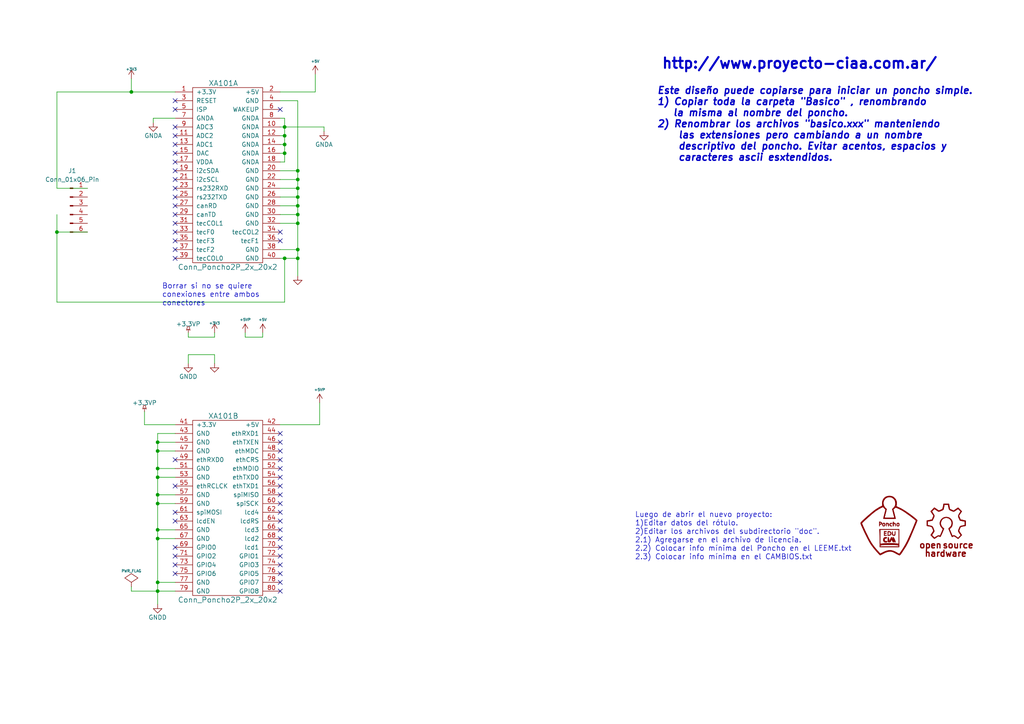
<source format=kicad_sch>
(kicad_sch (version 20250114) (generator "eeschema") (generator_version "9.0")
  (paper "A4")
  (title_block (title "Poncho Básico (Editar y colocar el nombre final)") (date "2016-08-07") (rev "1.0") (company "Proyecto CIAA - COMPUTADORA INDUSTRIAL ABIERTA ARGENTINA") (comment 1 "https://github.com/ciaa/Ponchos/tree/master/Basico/doc") (comment 2 "Autores y Licencia del modelo (Diego Brengi - UNLaM)") (comment 3 "Autor del poncho (COMPLETAR NOMBRE Y APELLIDO). Ver directorio \"doc\""))
  (lib_symbols
    (symbol "Connector:Conn_01x06_Pin" (pin_names (offset 1.016) (hide yes))
      (property "Reference" "J" (at 0 7.62 0))
      (property "Value" "Conn_01x06_Pin" (at 0 -10.16 0))
      (symbol "Conn_01x06_Pin_1_1"
        (rectangle (start 0.8636 5.207) (end 0 4.953) (stroke (width 0.1524)) (fill (type outline)))
        (rectangle (start 0.8636 2.667) (end 0 2.413) (stroke (width 0.1524)) (fill (type outline)))
        (rectangle (start 0.8636 0.127) (end 0 -0.127) (stroke (width 0.1524)) (fill (type outline)))
        (rectangle (start 0.8636 -2.413) (end 0 -2.667) (stroke (width 0.1524)) (fill (type outline)))
        (rectangle (start 0.8636 -4.953) (end 0 -5.207) (stroke (width 0.1524)) (fill (type outline)))
        (rectangle (start 0.8636 -7.493) (end 0 -7.747) (stroke (width 0.1524)) (fill (type outline)))
        (polyline (pts (xy 1.27 5.08) (xy 0.8636 5.08)) (stroke (width 0.1524)))
        (polyline (pts (xy 1.27 2.54) (xy 0.8636 2.54)) (stroke (width 0.1524)))
        (polyline (pts (xy 1.27 0) (xy 0.8636 0)) (stroke (width 0.1524)))
        (polyline (pts (xy 1.27 -2.54) (xy 0.8636 -2.54)) (stroke (width 0.1524)))
        (polyline (pts (xy 1.27 -5.08) (xy 0.8636 -5.08)) (stroke (width 0.1524)))
        (polyline (pts (xy 1.27 -7.62) (xy 0.8636 -7.62)) (stroke (width 0.1524)))
        (pin passive line (at 5.08 5.08 180) (length 3.81) (name "Pin_1") (number "1"))
        (pin passive line (at 5.08 2.54 180) (length 3.81) (name "Pin_2") (number "2"))
        (pin passive line (at 5.08 0 180) (length 3.81) (name "Pin_3") (number "3"))
        (pin passive line (at 5.08 -2.54 180) (length 3.81) (name "Pin_4") (number "4"))
        (pin passive line (at 5.08 -5.08 180) (length 3.81) (name "Pin_5") (number "5"))
        (pin passive line (at 5.08 -7.62 180) (length 3.81) (name "Pin_6") (number "6"))
      )
    )
    (symbol "basico:+3.3V" (power) (pin_names (offset 0))
      (property "Value" "+3.3V" (at 0 3.556 0))
      (symbol "+3.3V_0_1"
        (polyline (pts (xy -0.762 1.27) (xy 0 2.54)))
        (polyline (pts (xy 0 2.54) (xy 0.762 1.27)))
        (polyline (pts (xy 0 0) (xy 0 2.54)))
      )
      (symbol "+3.3V_1_1"
        (pin power_in line (at 0 0 90) (length 0) (hide yes) (name "+3V3") (number "1"))
      )
    )
    (symbol "basico:+3.3VP" (power) (pin_names (offset 0))
      (property "Value" "+3.3VP" (at 0 2.54 0))
      (symbol "+3.3VP_0_0"
        (pin power_in line (at 0 0 90) (length 0) (hide yes) (name "+3.3VP") (number "1"))
      )
      (symbol "+3.3VP_0_1"
        (polyline (pts (xy 0 0) (xy 0 1.016) (xy 0 1.016)))
        (polyline (pts (xy 0.508 0.762) (xy 0 1.016) (xy -0.508 0.762) (xy -0.254 1.778) (xy 0.254 1.778) (xy 0.508 0.762) (xy 0.508 0.762)))
      )
    )
    (symbol "basico:+5V" (power) (pin_names (offset 0))
      (property "Value" "+5V" (at 0 3.556 0))
      (symbol "+5V_0_1"
        (polyline (pts (xy -0.762 1.27) (xy 0 2.54)))
        (polyline (pts (xy 0 2.54) (xy 0.762 1.27)))
        (polyline (pts (xy 0 0) (xy 0 2.54)))
      )
      (symbol "+5V_1_1"
        (pin power_in line (at 0 0 90) (length 0) (hide yes) (name "+5V") (number "1"))
      )
    )
    (symbol "basico:+5VP" (power) (pin_names (offset 0))
      (property "Value" "+5VP" (at 0 3.556 0))
      (symbol "+5VP_0_1"
        (polyline (pts (xy -0.762 1.27) (xy 0 2.54)))
        (polyline (pts (xy 0 2.54) (xy 0.762 1.27)))
        (polyline (pts (xy 0 0) (xy 0 2.54)))
      )
      (symbol "+5VP_1_1"
        (pin power_in line (at 0 0 90) (length 0) (hide yes) (name "+5VP") (number "1"))
      )
    )
    (symbol "basico:Conn_Poncho2P_2x_20x2" (pin_names (offset 1.016))
      (property "Reference" "XA" (at 7.62 10.16 0))
      (property "Value" "Conn_Poncho2P_2x_20x2" (at 8.89 -43.18 0))
      (symbol "Conn_Poncho2P_2x_20x2_0_1"
        (rectangle (start -1.27 8.89) (end 19.05 -41.91))
      )
      (symbol "Conn_Poncho2P_2x_20x2_1_1"
        (pin power_out line (at -6.35 7.62 0) (length 5.08) (name "+3.3V") (number "1"))
        (pin input line (at -6.35 5.08 0) (length 5.08) (name "RESET") (number "3"))
        (pin passive line (at -6.35 2.54 0) (length 5.08) (name "ISP") (number "5"))
        (pin passive line (at -6.35 0 0) (length 5.08) (name "GNDA") (number "7"))
        (pin passive line (at -6.35 -2.54 0) (length 5.08) (name "ADC3") (number "9"))
        (pin passive line (at -6.35 -5.08 0) (length 5.08) (name "ADC2") (number "11"))
        (pin passive line (at -6.35 -7.62 0) (length 5.08) (name "ADC1") (number "13"))
        (pin passive line (at -6.35 -10.16 0) (length 5.08) (name "DAC") (number "15"))
        (pin power_out line (at -6.35 -12.7 0) (length 5.08) (name "VDDA") (number "17"))
        (pin passive line (at -6.35 -15.24 0) (length 5.08) (name "i2cSDA") (number "19"))
        (pin passive line (at -6.35 -17.78 0) (length 5.08) (name "i2cSCL") (number "21"))
        (pin passive line (at -6.35 -20.32 0) (length 5.08) (name "rs232RXD") (number "23"))
        (pin passive line (at -6.35 -22.86 0) (length 5.08) (name "rs232TXD") (number "25"))
        (pin passive line (at -6.35 -25.4 0) (length 5.08) (name "canRD") (number "27"))
        (pin passive line (at -6.35 -27.94 0) (length 5.08) (name "canTD") (number "29"))
        (pin passive line (at -6.35 -30.48 0) (length 5.08) (name "tecCOL1") (number "31"))
        (pin passive line (at -6.35 -33.02 0) (length 5.08) (name "tecF0") (number "33"))
        (pin passive line (at -6.35 -35.56 0) (length 5.08) (name "tecF3") (number "35"))
        (pin passive line (at -6.35 -38.1 0) (length 5.08) (name "tecF2") (number "37"))
        (pin passive line (at -6.35 -40.64 0) (length 5.08) (name "tecCOL0") (number "39"))
        (pin power_out line (at 24.13 7.62 180) (length 5.08) (name "+5V") (number "2"))
        (pin passive line (at 24.13 5.08 180) (length 5.08) (name "GND") (number "4"))
        (pin input line (at 24.13 2.54 180) (length 5.08) (name "WAKEUP") (number "6"))
        (pin passive line (at 24.13 0 180) (length 5.08) (name "GNDA") (number "8"))
        (pin passive line (at 24.13 -2.54 180) (length 5.08) (name "GNDA") (number "10"))
        (pin passive line (at 24.13 -5.08 180) (length 5.08) (name "GNDA") (number "12"))
        (pin passive line (at 24.13 -7.62 180) (length 5.08) (name "GNDA") (number "14"))
        (pin passive line (at 24.13 -10.16 180) (length 5.08) (name "GNDA") (number "16"))
        (pin passive line (at 24.13 -12.7 180) (length 5.08) (name "GNDA") (number "18"))
        (pin passive line (at 24.13 -15.24 180) (length 5.08) (name "GND") (number "20"))
        (pin passive line (at 24.13 -17.78 180) (length 5.08) (name "GND") (number "22"))
        (pin passive line (at 24.13 -20.32 180) (length 5.08) (name "GND") (number "24"))
        (pin passive line (at 24.13 -22.86 180) (length 5.08) (name "GND") (number "26"))
        (pin passive line (at 24.13 -25.4 180) (length 5.08) (name "GND") (number "28"))
        (pin passive line (at 24.13 -27.94 180) (length 5.08) (name "GND") (number "30"))
        (pin passive line (at 24.13 -30.48 180) (length 5.08) (name "GND") (number "32"))
        (pin passive line (at 24.13 -33.02 180) (length 5.08) (name "tecCOL2") (number "34"))
        (pin passive line (at 24.13 -35.56 180) (length 5.08) (name "tecF1") (number "36"))
        (pin passive line (at 24.13 -38.1 180) (length 5.08) (name "GND") (number "38"))
        (pin passive line (at 24.13 -40.64 180) (length 5.08) (name "GND") (number "40"))
      )
      (symbol "Conn_Poncho2P_2x_20x2_2_1"
        (pin power_out line (at -6.35 7.62 0) (length 5.08) (name "+3.3V") (number "41"))
        (pin passive line (at -6.35 5.08 0) (length 5.08) (name "GND") (number "43"))
        (pin passive line (at -6.35 2.54 0) (length 5.08) (name "GND") (number "45"))
        (pin passive line (at -6.35 0 0) (length 5.08) (name "GND") (number "47"))
        (pin passive line (at -6.35 -2.54 0) (length 5.08) (name "ethRXD0") (number "49"))
        (pin passive line (at -6.35 -5.08 0) (length 5.08) (name "GND") (number "51"))
        (pin passive line (at -6.35 -7.62 0) (length 5.08) (name "GND") (number "53"))
        (pin passive line (at -6.35 -10.16 0) (length 5.08) (name "ethRCLCK") (number "55"))
        (pin passive line (at -6.35 -12.7 0) (length 5.08) (name "GND") (number "57"))
        (pin passive line (at -6.35 -15.24 0) (length 5.08) (name "GND") (number "59"))
        (pin passive line (at -6.35 -17.78 0) (length 5.08) (name "spiMOSI") (number "61"))
        (pin passive line (at -6.35 -20.32 0) (length 5.08) (name "lcdEN") (number "63"))
        (pin passive line (at -6.35 -22.86 0) (length 5.08) (name "GND") (number "65"))
        (pin passive line (at -6.35 -25.4 0) (length 5.08) (name "GND") (number "67"))
        (pin passive line (at -6.35 -27.94 0) (length 5.08) (name "GPIO0") (number "69"))
        (pin passive line (at -6.35 -30.48 0) (length 5.08) (name "GPIO2") (number "71"))
        (pin passive line (at -6.35 -33.02 0) (length 5.08) (name "GPIO4") (number "73"))
        (pin passive line (at -6.35 -35.56 0) (length 5.08) (name "GPIO6") (number "75"))
        (pin passive line (at -6.35 -38.1 0) (length 5.08) (name "GND") (number "77"))
        (pin passive line (at -6.35 -40.64 0) (length 5.08) (name "GND") (number "79"))
        (pin power_out line (at 24.13 7.62 180) (length 5.08) (name "+5V") (number "42"))
        (pin passive line (at 24.13 5.08 180) (length 5.08) (name "ethRXD1") (number "44"))
        (pin passive line (at 24.13 2.54 180) (length 5.08) (name "ethTXEN") (number "46"))
        (pin passive line (at 24.13 0 180) (length 5.08) (name "ethMDC") (number "48"))
        (pin passive line (at 24.13 -2.54 180) (length 5.08) (name "ethCRS") (number "50"))
        (pin passive line (at 24.13 -5.08 180) (length 5.08) (name "ethMDIO") (number "52"))
        (pin passive line (at 24.13 -7.62 180) (length 5.08) (name "ethTXD0") (number "54"))
        (pin passive line (at 24.13 -10.16 180) (length 5.08) (name "ethTXD1") (number "56"))
        (pin passive line (at 24.13 -12.7 180) (length 5.08) (name "spiMISO") (number "58"))
        (pin passive line (at 24.13 -15.24 180) (length 5.08) (name "spiSCK") (number "60"))
        (pin passive line (at 24.13 -17.78 180) (length 5.08) (name "lcd4") (number "62"))
        (pin passive line (at 24.13 -20.32 180) (length 5.08) (name "lcdRS") (number "64"))
        (pin passive line (at 24.13 -22.86 180) (length 5.08) (name "lcd3") (number "66"))
        (pin passive line (at 24.13 -25.4 180) (length 5.08) (name "lcd2") (number "68"))
        (pin passive line (at 24.13 -27.94 180) (length 5.08) (name "lcd1") (number "70"))
        (pin passive line (at 24.13 -30.48 180) (length 5.08) (name "GPIO1") (number "72"))
        (pin passive line (at 24.13 -33.02 180) (length 5.08) (name "GPIO3") (number "74"))
        (pin passive line (at 24.13 -35.56 180) (length 5.08) (name "GPIO5") (number "76"))
        (pin passive line (at 24.13 -38.1 180) (length 5.08) (name "GPIO7") (number "78"))
        (pin passive line (at 24.13 -40.64 180) (length 5.08) (name "GPIO8") (number "80"))
      )
    )
    (symbol "basico:GND" (power) (pin_names (offset 0))
      (property "Value" "GND" (at 0 -3.81 0))
      (symbol "GND_0_1"
        (polyline (pts (xy 0 0) (xy 0 -1.27) (xy 1.27 -1.27) (xy 0 -2.54) (xy -1.27 -1.27) (xy 0 -1.27)))
      )
      (symbol "GND_1_1"
        (pin power_in line (at 0 0 270) (length 0) (hide yes) (name "GND") (number "1"))
      )
    )
    (symbol "basico:GNDA" (power) (pin_names (offset 0))
      (property "Value" "GNDA" (at 0 -3.81 0))
      (symbol "GNDA_0_1"
        (polyline (pts (xy 0 0) (xy 0 -1.27) (xy 1.27 -1.27) (xy 0 -2.54) (xy -1.27 -1.27) (xy 0 -1.27)))
      )
      (symbol "GNDA_1_1"
        (pin power_in line (at 0 0 270) (length 0) (hide yes) (name "GNDA") (number "1"))
      )
    )
    (symbol "basico:GNDD" (power) (pin_names (offset 0))
      (property "Value" "GNDD" (at 0 -3.81 0))
      (symbol "GNDD_0_1"
        (polyline (pts (xy 0 0) (xy 0 -1.27) (xy 1.27 -1.27) (xy 0 -2.54) (xy -1.27 -1.27) (xy 0 -1.27)))
      )
      (symbol "GNDD_1_1"
        (pin power_in line (at 0 0 270) (length 0) (hide yes) (name "GNDD") (number "1"))
      )
    )
    (symbol "basico:Logo_Poncho" (pin_numbers (hide yes)) (pin_names (offset 0) (hide yes))
      (symbol "Logo_Poncho_0_0"
        (polyline (pts (xy -1.9812 0.6096) (xy -2.032 0.8128) (xy -2.1844 0.9398) (xy -2.2352 0.9652) (xy -2.2352 0.635) (xy -2.286 0.508) (xy -2.4384 0.4318) (xy -2.4892 0.4064) (xy -2.6162 0.4572) (xy -2.6416 0.6096) (xy -2.6416 0.6604) (xy -2.5908 0.7874) (xy -2.413 0.8128) (xy -2.3622 0.8128) (xy -2.2606 0.762) (xy -2.2352 0.635) (xy -2.2352 0.9652) (xy -2.5146 1.0414) (xy -2.794 1.0922) (xy -2.794 0.4064) (xy -2.794 0.3556) (xy -2.794 0.0254) (xy -2.7686 -0.1778) (xy -2.7178 -0.254) (xy -2.667 -0.1778) (xy -2.6416 0) (xy -2.6416 0.0762) (xy -2.5908 0.2032) (xy -2.4638 0.254) (xy -2.2352 0.2794) (xy -2.0574 0.4064) (xy -1.9812 0.6096) (xy -1.9812 0.6096)) (stroke (width 0.0254)) (fill (type outline)))
        (polyline (pts (xy -1.0668 0.254) (xy -1.1176 0.5334) (xy -1.2446 0.6858) (xy -1.27 0.7112) (xy -1.27 0.3556) (xy -1.27 0.127) (xy -1.3208 0) (xy -1.4732 -0.0762) (xy -1.6002 -0.0508) (xy -1.7018 0.1016) (xy -1.7018 0.3048) (xy -1.6256 0.4826) (xy -1.5494 0.5334) (xy -1.4732 0.5588) (xy -1.3462 0.4826) (xy -1.27 0.3556) (xy -1.27 0.7112) (xy -1.4732 0.7366) (xy -1.7018 0.6858) (xy -1.8542 0.5334) (xy -1.905 0.254) (xy -1.8796 0.2032) (xy -1.8542 0) (xy -1.8034 -0.1524) (xy -1.6764 -0.2032) (xy -1.4732 -0.254) (xy -1.2446 -0.2032) (xy -1.1176 -0.0508) (xy -1.0668 0.254) (xy -1.0668 0.254)) (stroke (width 0.0254)) (fill (type outline)))
        (polyline (pts (xy -0.5842 -1.8288) (xy -0.6096 -1.778) (xy -0.762 -1.7018) (xy -1.016 -1.6764) (xy -1.397 -1.651) (xy -1.397 -2.3114) (xy -1.397 -2.9718) (xy -0.9906 -2.9718) (xy -0.8382 -2.9718) (xy -0.635 -2.9464) (xy -0.5842 -2.8956) (xy -0.5842 -2.8702) (xy -0.6858 -2.8194) (xy -0.9144 -2.8194) (xy -0.9398 -2.8194) (xy -1.1176 -2.794) (xy -1.2192 -2.7432) (xy -1.2446 -2.5908) (xy -1.2192 -2.4892) (xy -1.143 -2.413) (xy -0.9398 -2.3876) (xy -0.9144 -2.3876) (xy -0.7366 -2.3622) (xy -0.6604 -2.3114) (xy -0.762 -2.2606) (xy -0.9398 -2.2352) (xy -1.0668 -2.2352) (xy -1.1938 -2.1844) (xy -1.2446 -2.0574) (xy -1.2192 -1.9558) (xy -1.1176 -1.905) (xy -0.889 -1.905) (xy -0.7112 -1.8796) (xy -0.5842 -1.8288) (xy -0.5842 -1.8288)) (stroke (width 0.0254)) (fill (type outline)))
        (polyline (pts (xy -0.508 -3.5306) (xy -0.6096 -3.4544) (xy -0.889 -3.4036) (xy -1.1176 -3.4036) (xy -1.397 -3.5306) (xy -1.5748 -3.7846) (xy -1.651 -4.1402) (xy -1.6256 -4.4196) (xy -1.4986 -4.6736) (xy -1.27 -4.8514) (xy -1.0668 -4.9276) (xy -0.8128 -4.9276) (xy -0.7112 -4.9276) (xy -0.5588 -4.8514) (xy -0.508 -4.7244) (xy -0.508 -4.699) (xy -0.508 -4.5974) (xy -0.6096 -4.5466) (xy -0.8128 -4.5466) (xy -1.016 -4.5212) (xy -1.143 -4.4704) (xy -1.1938 -4.3434) (xy -1.2192 -4.2418) (xy -1.2192 -4.0132) (xy -1.0922 -3.8608) (xy -0.8382 -3.7592) (xy -0.7366 -3.7338) (xy -0.5334 -3.6322) (xy -0.508 -3.5306) (xy -0.508 -3.5306)) (stroke (width 0.0254)) (fill (type outline)))
        (polyline (pts (xy 0 0.3556) (xy -0.0762 0.5842) (xy -0.2286 0.6858) (xy -0.4826 0.7112) (xy -0.8128 0.7112) (xy -0.8128 0.2286) (xy -0.8128 0.0254) (xy -0.7874 -0.1778) (xy -0.7366 -0.254) (xy -0.7112 -0.254) (xy -0.6858 -0.127) (xy -0.6604 0.0762) (xy -0.635 0.2032) (xy -0.5842 0.4318) (xy -0.4572 0.5334) (xy -0.3302 0.5334) (xy -0.3048 0.508) (xy -0.254 0.3556) (xy -0.254 0.127) (xy -0.2286 -0.0254) (xy -0.2032 -0.2032) (xy -0.127 -0.254) (xy -0.0762 -0.254) (xy -0.0254 -0.1524) (xy 0 0.0762) (xy 0 0.3556) (xy 0 0.3556)) (stroke (width 0.0254)) (fill (type outline)))
        (polyline (pts (xy 0.7366 -2.3876) (xy 0.7112 -2.1082) (xy 0.5334 -1.8796) (xy 0.4826 -1.8288) (xy 0.4826 -2.1844) (xy 0.4826 -2.413) (xy 0.4318 -2.6162) (xy 0.3048 -2.7178) (xy 0.1016 -2.7686) (xy -0.1524 -2.8194) (xy -0.1524 -2.3622) (xy -0.1524 -2.1082) (xy -0.127 -1.9558) (xy -0.0508 -1.905) (xy 0.0762 -1.905) (xy 0.254 -1.9304) (xy 0.4064 -2.0066) (xy 0.4826 -2.1844) (xy 0.4826 -1.8288) (xy 0.254 -1.7272) (xy 0.2032 -1.7272) (xy -0.0508 -1.651) (xy -0.2032 -1.651) (xy -0.2794 -1.7526) (xy -0.3302 -1.9558) (xy -0.3302 -2.3114) (xy -0.3302 -2.9718) (xy 0 -2.9718) (xy 0.0254 -2.9718) (xy 0.3048 -2.921) (xy 0.5334 -2.7686) (xy 0.635 -2.667) (xy 0.7366 -2.3876) (xy 0.7366 -2.3876)) (stroke (width 0.0254)) (fill (type outline)))
        (polyline (pts (xy 0.9652 0.5842) (xy 0.8636 0.6858) (xy 0.6858 0.7112) (xy 0.508 0.7112) (xy 0.3048 0.5842) (xy 0.2032 0.381) (xy 0.1778 0.127) (xy 0.3048 -0.1016) (xy 0.4064 -0.1778) (xy 0.6096 -0.254) (xy 0.8128 -0.254) (xy 0.9398 -0.1778) (xy 0.889 -0.1016) (xy 0.7366 -0.0762) (xy 0.6096 -0.0508) (xy 0.4826 0.0254) (xy 0.4318 0.2032) (xy 0.4572 0.4064) (xy 0.5842 0.5334) (xy 0.8128 0.5334) (xy 0.9652 0.508) (xy 0.9652 0.5842) (xy 0.9652 0.5842)) (stroke (width 0.0254)) (fill (type outline)))
        (polyline (pts (xy 1.905 -2.159) (xy 1.8796 -1.905) (xy 1.8542 -1.7272) (xy 1.8288 -1.651) (xy 1.8034 -1.6764) (xy 1.7526 -1.8034) (xy 1.7272 -2.0066) (xy 1.7272 -2.2098) (xy 1.6764 -2.54) (xy 1.5494 -2.7432) (xy 1.397 -2.794) (xy 1.2954 -2.7686) (xy 1.2192 -2.6924) (xy 1.1938 -2.5146) (xy 1.1684 -2.2352) (xy 1.1176 -1.905) (xy 1.0668 -1.7272) (xy 1.016 -1.7272) (xy 0.9652 -1.8796) (xy 0.9398 -2.1844) (xy 0.9144 -2.4384) (xy 0.9652 -2.667) (xy 1.0414 -2.8194) (xy 1.2192 -2.921) (xy 1.4478 -2.9718) (xy 1.6764 -2.9464) (xy 1.8034 -2.8194) (xy 1.8542 -2.667) (xy 1.8796 -2.4384) (xy 1.905 -2.159) (xy 1.905 -2.159)) (stroke (width 0.0254)) (fill (type outline)))
        (polyline (pts (xy 1.9304 -4.699) (xy 1.8288 -4.3688) (xy 1.6764 -4.0132) (xy 1.524 -3.7084) (xy 1.397 -3.4798) (xy 1.2954 -3.4036) (xy 1.2192 -3.3782) (xy 1.1684 -3.429) (xy 1.1684 -3.5052) (xy 1.2192 -3.7084) (xy 1.2954 -4.0386) (xy 1.2954 -4.0894) (xy 1.2192 -4.0132) (xy 1.1176 -3.81) (xy 1.0668 -3.7084) (xy 0.9144 -3.4798) (xy 0.7874 -3.4036) (xy 0.6604 -3.4798) (xy 0.5334 -3.7084) (xy 0.3556 -4.064) (xy 0.1016 -4.7244) (xy 0.0508 -4.064) (xy 0.0508 -3.9878) (xy 0 -3.6322) (xy -0.0508 -3.4544) (xy -0.127 -3.3782) (xy -0.1524 -3.4036) (xy -0.2286 -3.5306) (xy -0.2794 -3.7846) (xy -0.3048 -4.1148) (xy -0.3048 -4.445) (xy -0.3048 -4.6228) (xy -0.254 -4.7752) (xy -0.1524 -4.826) (xy 0.0508 -4.8514) (xy 0.2286 -4.8514) (xy 0.4318 -4.8006) (xy 0.5588 -4.6482) (xy 0.6604 -4.3688) (xy 0.7874 -4.0386) (xy 0.9652 -4.445) (xy 1.0922 -4.6736) (xy 1.1938 -4.826) (xy 1.3208 -4.8768) (xy 1.4224 -4.8514) (xy 1.4732 -4.8006) (xy 1.4478 -4.6736) (xy 1.3716 -4.4196) (xy 1.3462 -4.318) (xy 1.4224 -4.4196) (xy 1.4986 -4.5466) (xy 1.6256 -4.7752) (xy 1.7018 -4.8514) (xy 1.8542 -4.9022) (xy 1.9304 -4.8514) (xy 1.9304 -4.699) (xy 1.9304 -4.699)) (stroke (width 0.0254)) (fill (type outline)))
        (polyline (pts (xy 1.9812 0.254) (xy 1.9304 0.5588) (xy 1.778 0.7112) (xy 1.5748 0.7112) (xy 1.5494 0.7112) (xy 1.4224 0.7366) (xy 1.397 0.8636) (xy 1.3716 0.9906) (xy 1.27 1.0668) (xy 1.2192 1.0414) (xy 1.1938 0.9398) (xy 1.1684 0.7366) (xy 1.1684 0.4064) (xy 1.1684 0.127) (xy 1.1938 -0.1016) (xy 1.2192 -0.2286) (xy 1.27 -0.254) (xy 1.3208 -0.2286) (xy 1.397 -0.127) (xy 1.397 0.127) (xy 1.397 0.2032) (xy 1.4478 0.4318) (xy 1.4986 0.5334) (xy 1.5494 0.5588) (xy 1.6764 0.4826) (xy 1.778 0.3302) (xy 1.8288 0.0762) (xy 1.8288 0) (xy 1.8542 -0.1778) (xy 1.905 -0.254) (xy 1.9304 -0.2286) (xy 1.9558 -0.0762) (xy 1.9812 0.1524) (xy 1.9812 0.254) (xy 1.9812 0.254)) (stroke (width 0.0254)) (fill (type outline)))
        (polyline (pts (xy 2.9718 -1.0668) (xy 2.8194 -1.0668) (xy 2.8194 -1.2446) (xy 2.8194 -3.2766) (xy 2.8194 -5.2832) (xy 2.8194 -6.096) (xy 0.1778 -6.096) (xy -2.4892 -6.096) (xy -2.4638 -5.9182) (xy -2.4638 -5.8928) (xy -2.413 -5.8166) (xy -2.3368 -5.7658) (xy -2.159 -5.715) (xy -1.9304 -5.6642) (xy -1.6002 -5.6642) (xy -1.143 -5.6388) (xy -0.5588 -5.6388) (xy 0.1778 -5.6388) (xy 0.3302 -5.6388) (xy 1.016 -5.6388) (xy 1.5748 -5.6388) (xy 2.0066 -5.6642) (xy 2.3368 -5.6896) (xy 2.54 -5.715) (xy 2.6924 -5.7658) (xy 2.7686 -5.842) (xy 2.794 -5.9182) (xy 2.8194 -6.096) (xy 2.8194 -5.2832) (xy 1.9558 -5.2324) (xy 1.7018 -5.207) (xy 1.1684 -5.1816) (xy 0.635 -5.1562) (xy 0.127 -5.1562) (xy -0.1778 -5.1562) (xy -0.7112 -5.1816) (xy -1.2446 -5.207) (xy -1.6764 -5.2324) (xy -2.4638 -5.3086) (xy -2.4638 -3.2766) (xy -2.4638 -1.2446) (xy 0.1778 -1.2446) (xy 2.8194 -1.2446) (xy 2.8194 -1.0668) (xy 0.127 -1.0668) (xy -2.7432 -1.0668) (xy -2.6924 -2.4384) (xy -2.6924 -2.5908) (xy -2.667 -3.2004) (xy -2.6416 -3.8608) (xy -2.6416 -4.4958) (xy -2.6416 -5.0546) (xy -2.6416 -6.2738) (xy 0.1778 -6.2738) (xy 2.9718 -6.2738) (xy 2.9718 -3.683) (xy 2.9718 -1.0668) (xy 2.9718 -1.0668)) (stroke (width 0.0254)) (fill (type outline)))
        (polyline (pts (xy 3.048 0.254) (xy 3.0226 0.5334) (xy 2.8956 0.6858) (xy 2.8702 0.7112) (xy 2.8702 0.127) (xy 2.794 0) (xy 2.6416 -0.0762) (xy 2.5146 -0.0508) (xy 2.4384 0.1016) (xy 2.413 0.3048) (xy 2.5146 0.4826) (xy 2.5654 0.5334) (xy 2.667 0.5588) (xy 2.7686 0.4826) (xy 2.8448 0.3556) (xy 2.8702 0.127) (xy 2.8702 0.7112) (xy 2.6416 0.7366) (xy 2.413 0.6858) (xy 2.286 0.5334) (xy 2.2352 0.254) (xy 2.2352 0.2032) (xy 2.2606 0) (xy 2.3368 -0.1524) (xy 2.4384 -0.2032) (xy 2.6416 -0.254) (xy 2.8702 -0.2032) (xy 3.0226 -0.0508) (xy 3.048 0.254) (xy 3.048 0.254)) (stroke (width 0.0254)) (fill (type outline)))
        (polyline (pts (xy 8.255 1.4986) (xy 8.128 1.6256) (xy 7.8994 1.8542) (xy 7.8486 1.905) (xy 7.8486 1.3716) (xy 7.7978 1.2446) (xy 7.6962 0.9906) (xy 7.5438 0.635) (xy 7.366 0.1778) (xy 7.1628 -0.3302) (xy 6.9342 -0.889) (xy 6.4516 -2.032) (xy 5.8674 -3.3274) (xy 5.334 -4.4958) (xy 4.8006 -5.5118) (xy 4.2926 -6.3754) (xy 3.81 -7.1374) (xy 3.6576 -7.3406) (xy 3.429 -7.6962) (xy 3.2258 -7.9502) (xy 3.0734 -8.1534) (xy 3.0226 -8.2042) (xy 2.9972 -8.2042) (xy 2.8448 -8.1534) (xy 2.5908 -8.0264) (xy 2.3114 -7.874) (xy 2.0828 -7.7216) (xy 1.4224 -7.4168) (xy 0.8128 -7.239) (xy 0.2286 -7.1882) (xy -0.3556 -7.2644) (xy -1.016 -7.4676) (xy -1.7272 -7.7978) (xy -1.905 -7.8994) (xy -2.1844 -8.0264) (xy -2.3876 -8.128) (xy -2.4892 -8.1788) (xy -2.5146 -8.1534) (xy -2.6416 -8.0264) (xy -2.8448 -7.7978) (xy -3.0988 -7.5184) (xy -3.3782 -7.2136) (xy -3.6576 -6.8834) (xy -3.937 -6.5532) (xy -4.191 -6.2484) (xy -4.3688 -6.0198) (xy -4.6482 -5.6388) (xy -5.08 -5.0038) (xy -5.4864 -4.2926) (xy -5.8928 -3.556) (xy -6.1214 -3.0734) (xy -6.3754 -2.54) (xy -6.6548 -2.0066) (xy -6.9088 -1.4478) (xy -7.1374 -0.9398) (xy -7.366 -0.4572) (xy -7.5438 -0.0254) (xy -7.6962 0.3048) (xy -7.7724 0.5334) (xy -7.8232 0.635) (xy -7.7978 0.6604) (xy -7.6454 0.8128) (xy -7.4168 1.0414) (xy -7.1374 1.3208) (xy -6.7818 1.651) (xy -6.3754 2.0066) (xy -5.969 2.3876) (xy -5.5372 2.7432) (xy -5.1562 3.0988) (xy -4.8006 3.4036) (xy -4.4704 3.6576) (xy -3.937 4.0894) (xy -3.429 4.4196) (xy -2.9464 4.7244) (xy -2.3876 5.0292) (xy -1.7018 5.3594) (xy -1.3462 4.9784) (xy -0.9652 4.5974) (xy -1.27 3.3782) (xy -1.3208 3.2004) (xy -1.4224 2.7686) (xy -1.524 2.413) (xy -1.5748 2.159) (xy -1.6002 2.032) (xy -1.6256 2.0066) (xy -1.6002 1.9812) (xy -1.5494 1.9304) (xy -1.4224 1.9304) (xy -1.1938 1.905) (xy -0.889 1.905) (xy -0.4318 1.905) (xy 0.1524 1.905) (xy 0.4064 1.905) (xy 0.9144 1.905) (xy 1.3462 1.905) (xy 1.6764 1.905) (xy 1.905 1.9304) (xy 1.9812 1.9558) (xy 1.9812 1.9812) (xy 1.9304 2.1844) (xy 1.8542 2.4892) (xy 1.7526 2.8702) (xy 1.651 3.302) (xy 1.2954 4.6228) (xy 1.6002 4.9022) (xy 1.7018 5.0038) (xy 1.8796 5.1308) (xy 1.9558 5.1816) (xy 2.0828 5.1562) (xy 2.286 5.08) (xy 2.5908 4.953) (xy 2.9464 4.8006) (xy 3.2766 4.6228) (xy 3.5814 4.4704) (xy 3.8354 4.3434) (xy 3.9624 4.2672) (xy 4.318 4.0386) (xy 4.7244 3.7846) (xy 5.1562 3.4544) (xy 5.6388 3.1242) (xy 6.096 2.794) (xy 6.5532 2.4638) (xy 6.9596 2.1336) (xy 7.3152 1.8542) (xy 7.5946 1.6256) (xy 7.7724 1.4732) (xy 7.8486 1.3716) (xy 7.8486 1.905) (xy 7.5438 2.159) (xy 7.0612 2.54) (xy 6.223 3.175) (xy 5.2578 3.8608) (xy 4.3942 4.4196) (xy 3.6322 4.8768) (xy 2.9972 5.1816) (xy 2.6416 5.334) (xy 2.3622 5.4864) (xy 2.2098 5.588) (xy 2.1844 5.6642) (xy 2.2606 5.9436) (xy 2.286 6.2992) (xy 2.286 6.6802) (xy 2.2352 6.985) (xy 2.0574 7.4422) (xy 1.905 7.6708) (xy 1.905 6.4008) (xy 1.8288 5.8674) (xy 1.6256 5.4356) (xy 1.27 5.0292) (xy 0.9652 4.7498) (xy 1.2446 3.6322) (xy 1.27 3.5052) (xy 1.3716 3.0988) (xy 1.4732 2.7432) (xy 1.524 2.4892) (xy 1.5494 2.3622) (xy 1.5494 2.3368) (xy 1.524 2.286) (xy 1.4478 2.2606) (xy 1.2954 2.2352) (xy 1.0414 2.2352) (xy 0.6858 2.2352) (xy 0.1778 2.2352) (xy -0.1778 2.2352) (xy -0.5842 2.2352) (xy -0.889 2.2352) (xy -1.0668 2.2606) (xy -1.1684 2.286) (xy -1.2192 2.3114) (xy -1.2192 2.3622) (xy -1.2192 2.3876) (xy -1.1684 2.5654) (xy -1.0922 2.8448) (xy -1.016 3.2258) (xy -0.889 3.6322) (xy -0.635 4.7498) (xy -0.9398 5.0292) (xy -1.1938 5.3086) (xy -1.4478 5.7658) (xy -1.5748 6.2484) (xy -1.5748 6.7564) (xy -1.4224 7.2136) (xy -1.397 7.239) (xy -1.0922 7.6962) (xy -0.7112 8.001) (xy -0.2794 8.1788) (xy 0.1524 8.2296) (xy 0.5842 8.1788) (xy 0.9906 8.0264) (xy 1.3462 7.747) (xy 1.651 7.3914) (xy 1.8288 6.9342) (xy 1.905 6.4008) (xy 1.905 7.6708) (xy 1.7272 7.8994) (xy 1.3208 8.255) (xy 0.8382 8.4836) (xy 0.3048 8.5598) (xy -0.254 8.5344) (xy -0.8128 8.3566) (xy -1.0922 8.2042) (xy -1.4986 7.8232) (xy -1.778 7.3406) (xy -1.9304 6.7818) (xy -1.9558 6.1976) (xy -1.905 5.715) (xy -2.4638 5.4356) (xy -2.4892 5.4356) (xy -2.921 5.207) (xy -3.3528 4.9276) (xy -3.81 4.6482) (xy -4.318 4.2672) (xy -4.8514 3.8354) (xy -5.461 3.3274) (xy -6.1468 2.7432) (xy -6.9342 2.032) (xy -7.2136 1.778) (xy -7.6454 1.3716) (xy -7.9756 1.0414) (xy -8.1788 0.8128) (xy -8.2296 0.6858) (xy -8.2042 0.5842) (xy -8.128 0.3302) (xy -7.9756 -0.0254) (xy -7.7724 -0.4826) (xy -7.5184 -1.016) (xy -7.2644 -1.6002) (xy -6.9596 -2.2352) (xy -6.6294 -2.8956) (xy -6.2992 -3.556) (xy -6.223 -3.7084) (xy -5.9182 -4.2926) (xy -5.6642 -4.7752) (xy -5.3848 -5.2324) (xy -5.08 -5.6896) (xy -4.7498 -6.1214) (xy -4.3688 -6.6294) (xy -3.9116 -7.1628) (xy -3.3528 -7.8232) (xy -3.2512 -7.8994) (xy -2.9972 -8.2042) (xy -2.7686 -8.4328) (xy -2.6162 -8.5852) (xy -2.54 -8.636) (xy -2.4384 -8.5852) (xy -2.2098 -8.4836) (xy -1.905 -8.3312) (xy -1.5494 -8.1534) (xy -1.524 -8.128) (xy -0.889 -7.8232) (xy -0.3302 -7.6454) (xy 0.1524 -7.5692) (xy 0.635 -7.5692) (xy 1.143 -7.6962) (xy 1.6764 -7.9502) (xy 2.3114 -8.3058) (xy 2.4384 -8.3566) (xy 2.7178 -8.509) (xy 2.9718 -8.6106) (xy 3.0988 -8.6614) (xy 3.1496 -8.636) (xy 3.2766 -8.5344) (xy 3.4798 -8.3058) (xy 3.7338 -7.9502) (xy 4.064 -7.4422) (xy 4.318 -7.0358) (xy 4.6736 -6.5024) (xy 4.9784 -6.0198) (xy 5.207 -5.588) (xy 5.461 -5.1308) (xy 5.6896 -4.6482) (xy 5.969 -4.0894) (xy 6.1468 -3.6576) (xy 6.3754 -3.175) (xy 6.604 -2.5908) (xy 6.858 -2.0066) (xy 7.112 -1.397) (xy 7.366 -0.8128) (xy 7.5946 -0.2286) (xy 7.8232 0.2794) (xy 8.001 0.7366) (xy 8.128 1.0922) (xy 8.2296 1.3462) (xy 8.255 1.4732) (xy 8.255 1.4986) (xy 8.255 1.4986)) (stroke (width 0.0254)) (fill (type outline)))
      )
      (symbol "Logo_Poncho_1_1"
        (pin no_connect line (at 0 6.35 90) (length 0.508) (hide yes) (name "~") (number "~"))
      )
    )
    (symbol "basico:OSHWA" (pin_names (offset 1.016))
      (symbol "OSHWA_0_0"
        (polyline (pts (xy 5.7912 2.667) (xy 5.5372 2.7178) (xy 5.4864 2.7432) (xy 5.4864 1.8796) (xy 5.4864 1.8288) (xy 5.4864 1.6002) (xy 5.4864 1.4732) (xy 5.4102 1.3716) (xy 5.2832 1.3208) (xy 5.0038 1.27) (xy 4.6228 1.1938) (xy 4.572 1.1684) (xy 4.318 1.1176) (xy 4.1656 1.0414) (xy 4.0386 0.889) (xy 3.937 0.6604) (xy 3.8354 0.4064) (xy 3.683 0.0762) (xy 3.6068 -0.1778) (xy 3.5814 -0.3556) (xy 3.6322 -0.5334) (xy 3.7592 -0.7366) (xy 3.9116 -0.9906) (xy 4.318 -1.5494) (xy 3.937 -1.9304) (xy 3.5814 -2.3114) (xy 3.048 -1.9558) (xy 2.794 -1.778) (xy 2.5654 -1.651) (xy 2.3876 -1.6256) (xy 2.2098 -1.6256) (xy 1.905 -1.6764) (xy 1.4986 -0.7112) (xy 1.1176 0.2286) (xy 1.397 0.508) (xy 1.5748 0.6604) (xy 1.8034 1.016) (xy 1.9304 1.397) (xy 1.9812 1.8542) (xy 1.9812 1.9304) (xy 1.9558 2.2606) (xy 1.905 2.54) (xy 1.7526 2.8194) (xy 1.4732 3.175) (xy 1.0668 3.5052) (xy 0.5842 3.683) (xy 0.1016 3.7338) (xy -0.4064 3.6576) (xy -0.889 3.429) (xy -1.2954 3.048) (xy -1.3462 2.9972) (xy -1.6256 2.5146) (xy -1.7526 2.0066) (xy -1.7018 1.4986) (xy -1.4986 0.9906) (xy -1.143 0.508) (xy -0.8636 0.2032) (xy -1.2446 -0.7366) (xy -1.651 -1.6764) (xy -1.9558 -1.6256) (xy -2.1082 -1.6256) (xy -2.286 -1.651) (xy -2.4892 -1.7526) (xy -2.7686 -1.9304) (xy -3.2766 -2.2606) (xy -3.6576 -1.905) (xy -4.0132 -1.524) (xy -3.6322 -0.9652) (xy -3.2766 -0.4064) (xy -3.429 0.0254) (xy -3.4544 0.1016) (xy -3.6068 0.508) (xy -3.7338 0.7874) (xy -3.8862 0.9906) (xy -4.0894 1.0922) (xy -4.3688 1.1938) (xy -4.7752 1.27) (xy -5.2578 1.3716) (xy -5.2324 1.905) (xy -5.207 2.413) (xy -4.5212 2.54) (xy -3.8608 2.667) (xy -3.5814 3.2512) (xy -3.556 3.302) (xy -3.4036 3.6068) (xy -3.3274 3.8862) (xy -3.2766 4.0386) (xy -3.3274 4.2164) (xy -3.4544 4.445) (xy -3.6322 4.7244) (xy -3.6576 4.7498) (xy -3.81 5.0292) (xy -3.937 5.207) (xy -3.9878 5.3086) (xy -3.9878 5.334) (xy -3.8862 5.461) (xy -3.7338 5.6388) (xy -3.5306 5.8166) (xy -3.3782 5.969) (xy -3.2766 6.0198) (xy -3.1496 5.9436) (xy -2.9464 5.8166) (xy -2.6924 5.6388) (xy -2.6162 5.588) (xy -2.3622 5.4102) (xy -2.159 5.3086) (xy -2.032 5.2578) (xy -1.8796 5.3086) (xy -1.6256 5.3848) (xy -1.3208 5.5118) (xy -1.2446 5.5372) (xy -0.9144 5.6896) (xy -0.7112 5.842) (xy -0.635 5.969) (xy -0.6096 6.096) (xy -0.5588 6.3754) (xy -0.4826 6.6802) (xy -0.381 7.239) (xy 0.127 7.239) (xy 0.635 7.239) (xy 0.7366 6.731) (xy 0.7874 6.477) (xy 0.8636 6.1722) (xy 0.9398 5.9436) (xy 1.0414 5.8166) (xy 1.1684 5.715) (xy 1.3462 5.6134) (xy 1.4478 5.5626) (xy 1.778 5.4356) (xy 2.032 5.334) (xy 2.1844 5.2832) (xy 2.3114 5.2832) (xy 2.4638 5.334) (xy 2.667 5.4356) (xy 2.9464 5.6388) (xy 3.556 6.0452) (xy 3.937 5.6896) (xy 4.2926 5.3086) (xy 3.9116 4.7498) (xy 3.8354 4.6228) (xy 3.683 4.318) (xy 3.5814 4.0894) (xy 3.6068 3.8354) (xy 3.683 3.5306) (xy 3.8862 3.1496) (xy 4.1148 2.667) (xy 4.7752 2.54) (xy 5.461 2.413) (xy 5.4864 1.8796) (xy 5.4864 2.7432) (xy 5.4102 2.7432) (xy 5.1054 2.8194) (xy 4.8006 2.8956) (xy 4.2926 2.9718) (xy 4.064 3.5306) (xy 3.81 4.0894) (xy 4.2418 4.7244) (xy 4.6736 5.3594) (xy 4.1148 5.9182) (xy 3.5814 6.4516) (xy 2.921 6.0198) (xy 2.286 5.5626) (xy 1.7526 5.7912) (xy 1.1938 6.0452) (xy 1.0922 6.5532) (xy 1.0668 6.8072) (xy 0.9906 7.0866) (xy 0.9652 7.3152) (xy 0.9144 7.5438) (xy 0.127 7.5438) (xy -0.6604 7.5438) (xy -0.762 6.9342) (xy -0.8128 6.6802) (xy -0.889 6.35) (xy -0.9652 6.1214) (xy -1.0922 5.9944) (xy -1.27 5.8928) (xy -1.524 5.7658) (xy -2.032 5.588) (xy -2.667 6.0198) (xy -3.3274 6.477) (xy -3.8608 5.9182) (xy -4.4196 5.3594) (xy -3.9878 4.7244) (xy -3.556 4.0894) (xy -3.7846 3.556) (xy -3.7846 3.5306) (xy -3.8862 3.2766) (xy -3.9878 3.0734) (xy -4.0132 2.9972) (xy -4.0386 2.9718) (xy -4.191 2.9464) (xy -4.445 2.8956) (xy -4.7752 2.8194) (xy -5.5118 2.6924) (xy -5.5118 1.905) (xy -5.5118 1.143) (xy -4.9022 1.016) (xy -4.8768 1.016) (xy -4.5466 0.9652) (xy -4.2926 0.889) (xy -4.1402 0.8382) (xy -4.1148 0.8128) (xy -4.0132 0.6604) (xy -3.8862 0.4318) (xy -3.7592 0.1524) (xy -3.683 -0.1016) (xy -3.6576 -0.3048) (xy -3.7084 -0.4572) (xy -3.8608 -0.6858) (xy -4.0386 -0.9652) (xy -4.4196 -1.524) (xy -3.8862 -2.0828) (xy -3.7846 -2.2098) (xy -3.556 -2.413) (xy -3.3782 -2.5654) (xy -3.3274 -2.6162) (xy -3.302 -2.6162) (xy -3.2004 -2.54) (xy -2.9972 -2.413) (xy -2.7178 -2.2352) (xy -2.5654 -2.1082) (xy -2.3368 -1.9558) (xy -2.1844 -1.905) (xy -2.0574 -1.905) (xy -1.905 -1.9304) (xy -1.7018 -2.0066) (xy -1.5748 -2.0574) (xy -1.5494 -2.032) (xy -1.4732 -1.8796) (xy -1.3462 -1.6256) (xy -1.1684 -1.27) (xy -0.9906 -0.8636) (xy -0.4826 0.3556) (xy -0.8382 0.6604) (xy -1.016 0.8128) (xy -1.27 1.2192) (xy -1.4224 1.651) (xy -1.4224 2.1082) (xy -1.2954 2.5146) (xy -1.0922 2.8956) (xy -0.762 3.2004) (xy -0.3556 3.4036) (xy 0.1524 3.4798) (xy 0.4826 3.429) (xy 0.9144 3.2766) (xy 1.27 2.9718) (xy 1.5494 2.5908) (xy 1.6764 2.159) (xy 1.6764 1.8288) (xy 1.6256 1.4478) (xy 1.4732 1.0922) (xy 1.1684 0.762) (xy 0.762 0.3556) (xy 1.2446 -0.8128) (xy 1.3208 -1.016) (xy 1.4732 -1.397) (xy 1.6256 -1.7272) (xy 1.7272 -1.9558) (xy 1.778 -2.0574) (xy 1.8796 -2.0828) (xy 2.032 -2.0066) (xy 2.1844 -1.905) (xy 2.3114 -1.8796) (xy 2.4892 -1.905) (xy 2.7178 -2.032) (xy 3.0226 -2.2352) (xy 3.5814 -2.6416) (xy 4.1402 -2.0828) (xy 4.6736 -1.524) (xy 4.2926 -0.9652) (xy 4.2164 -0.8636) (xy 4.064 -0.6096) (xy 3.937 -0.381) (xy 3.8862 -0.2794) (xy 3.8862 -0.254) (xy 3.937 -0.0762) (xy 4.0386 0.1778) (xy 4.1402 0.4572) (xy 4.2418 0.6858) (xy 4.318 0.7874) (xy 4.3434 0.8128) (xy 4.4958 0.8636) (xy 4.7498 0.9398) (xy 5.08 1.016) (xy 5.7912 1.143) (xy 5.7912 1.905) (xy 5.7912 2.667) (xy 5.7912 2.667)) (stroke (width 0.0254)) (fill (type outline)))
        (text "open" (at -4.445 -4.445 0) (effects (font (size 1.778 1.778) (bold yes))))
        (text "hardware" (at -0.0254 -6.858 0) (effects (font (size 1.778 1.778) (bold yes))))
        (text "source" (at 3.556 -4.445 0) (effects (font (size 1.778 1.778) (bold yes))))
      )
    )
    (symbol "basico:PWR_FLAG" (power) (pin_numbers (hide yes)) (pin_names (offset 0) (hide yes))
      (property "Value" "PWR_FLAG" (at 0 4.572 0))
      (symbol "PWR_FLAG_0_0"
        (pin power_out line (at 0 0 90) (length 0) (name "pwr") (number "1"))
      )
      (symbol "PWR_FLAG_0_1"
        (polyline (pts (xy 0 0) (xy 0 1.27) (xy -1.905 2.54) (xy 0 3.81) (xy 1.905 2.54) (xy 0 1.27)))
      )
    )
  )
  (text "Este diseño puede copiarse para iniciar un poncho simple. \n1) Copiar toda la carpeta \"Basico\" , renombrando \n   la misma al nombre del poncho.\n2) Renombrar los archivos \"basico.xxx\" manteniendo \n    las extensiones pero cambiando a un nombre \n    descriptivo del poncho. Evitar acentos, espacios y \n    caracteres ascii esxtendidos." (at 190.5 46.99 0) (effects (font (size 2.0066 2.0066) (thickness 0.4013) (bold yes) (italic yes)) (justify left bottom)))
  (text "Luego de abrir el nuevo proyecto:\n1)Editar datos del rótulo.\n2)Editar los archivos del subdirectorio \"doc\".\n2.1) Agregarse en el archivo de licencia.\n2.2) Colocar info mínima del Poncho en el LEEME.txt\n2.3) Colocar info mínima en el CAMBIOS.txt" (at 184.15 162.56 0) (effects (font (size 1.524 1.524)) (justify left bottom)))
  (text "http://www.proyecto-ciaa.com.ar/" (at 191.77 20.32 0) (effects (font (size 2.9972 2.9972) (thickness 0.5994) (bold yes)) (justify left bottom)))
  (text "Borrar si no se quiere \nconexiones entre ambos \nconectores" (at 46.99 88.9 0) (effects (font (size 1.524 1.524)) (justify left bottom)))
  (junction (at 38.1 26.67))
  (junction (at 45.72 146.05))
  (junction (at 45.72 156.21))
  (junction (at 82.55 39.37))
  (junction (at 16.51 67.31))
  (junction (at 86.36 57.15))
  (junction (at 45.72 143.51))
  (junction (at 86.36 54.61))
  (junction (at 45.72 171.45))
  (junction (at 86.36 72.39))
  (junction (at 45.72 168.91))
  (junction (at 86.36 49.53))
  (junction (at 45.72 135.89))
  (junction (at 45.72 153.67))
  (junction (at 86.36 52.07))
  (junction (at 82.55 36.83))
  (junction (at 45.72 138.43))
  (junction (at 45.72 128.27))
  (junction (at 86.36 62.23))
  (junction (at 82.55 74.93))
  (junction (at 86.36 64.77))
  (junction (at 45.72 130.81))
  (junction (at 86.36 74.93))
  (junction (at 82.55 44.45))
  (junction (at 86.36 59.69))
  (junction (at 82.55 41.91))
  (no_connect (at 81.28 128.27))
  (no_connect (at 50.8 31.75))
  (no_connect (at 50.8 57.15))
  (no_connect (at 81.28 125.73))
  (no_connect (at 50.8 36.83))
  (no_connect (at 50.8 72.39))
  (no_connect (at 81.28 143.51))
  (no_connect (at 50.8 69.85))
  (no_connect (at 81.28 133.35))
  (no_connect (at 50.8 161.29))
  (no_connect (at 81.28 161.29))
  (no_connect (at 50.8 64.77))
  (no_connect (at 81.28 166.37))
  (no_connect (at 81.28 148.59))
  (no_connect (at 81.28 67.31))
  (no_connect (at 50.8 140.97))
  (no_connect (at 50.8 67.31))
  (no_connect (at 81.28 163.83))
  (no_connect (at 50.8 39.37))
  (no_connect (at 81.28 156.21))
  (no_connect (at 50.8 62.23))
  (no_connect (at 50.8 133.35))
  (no_connect (at 50.8 151.13))
  (no_connect (at 50.8 163.83))
  (no_connect (at 50.8 148.59))
  (no_connect (at 50.8 29.21))
  (no_connect (at 81.28 168.91))
  (no_connect (at 50.8 41.91))
  (no_connect (at 81.28 151.13))
  (no_connect (at 50.8 49.53))
  (no_connect (at 81.28 153.67))
  (no_connect (at 50.8 52.07))
  (no_connect (at 50.8 166.37))
  (no_connect (at 50.8 59.69))
  (no_connect (at 50.8 54.61))
  (no_connect (at 50.8 74.93))
  (no_connect (at 81.28 158.75))
  (no_connect (at 81.28 130.81))
  (no_connect (at 50.8 158.75))
  (no_connect (at 81.28 135.89))
  (no_connect (at 81.28 69.85))
  (no_connect (at 81.28 31.75))
  (no_connect (at 50.8 44.45))
  (no_connect (at 81.28 140.97))
  (no_connect (at 81.28 171.45))
  (no_connect (at 81.28 146.05))
  (no_connect (at 81.28 138.43))
  (no_connect (at 50.8 46.99))
  (wire (pts (xy 62.23 97.79) (xy 62.23 96.52)))
  (wire (pts (xy 86.36 57.15) (xy 81.28 57.15)))
  (wire (pts (xy 81.28 52.07) (xy 86.36 52.07)))
  (wire (pts (xy 45.72 153.67) (xy 45.72 156.21)))
  (wire (pts (xy 92.71 123.19) (xy 92.71 116.84)))
  (wire (pts (xy 86.36 49.53) (xy 86.36 52.07)))
  (wire (pts (xy 71.12 96.52) (xy 71.12 97.79)))
  (wire (pts (xy 81.28 29.21) (xy 86.36 29.21)))
  (wire (pts (xy 86.36 72.39) (xy 86.36 74.93)))
  (wire (pts (xy 82.55 39.37) (xy 82.55 41.91)))
  (wire (pts (xy 45.72 153.67) (xy 50.8 153.67)))
  (wire (pts (xy 45.72 156.21) (xy 50.8 156.21)))
  (wire (pts (xy 45.72 168.91) (xy 50.8 168.91)))
  (wire (pts (xy 86.36 29.21) (xy 86.36 49.53)))
  (wire (pts (xy 82.55 87.63) (xy 82.55 74.93)))
  (wire (pts (xy 45.72 130.81) (xy 50.8 130.81)))
  (wire (pts (xy 81.28 36.83) (xy 82.55 36.83)))
  (wire (pts (xy 86.36 57.15) (xy 86.36 59.69)))
  (wire (pts (xy 16.51 26.67) (xy 38.1 26.67)))
  (wire (pts (xy 82.55 36.83) (xy 82.55 39.37)))
  (wire (pts (xy 45.72 125.73) (xy 45.72 128.27)))
  (wire (pts (xy 86.36 49.53) (xy 81.28 49.53)))
  (wire (pts (xy 82.55 46.99) (xy 81.28 46.99)))
  (wire (pts (xy 54.61 102.87) (xy 62.23 102.87)))
  (wire (pts (xy 81.28 34.29) (xy 82.55 34.29)))
  (wire (pts (xy 41.91 123.19) (xy 41.91 119.38)))
  (wire (pts (xy 45.72 168.91) (xy 45.72 171.45)))
  (wire (pts (xy 91.44 26.67) (xy 91.44 21.59)))
  (wire (pts (xy 45.72 128.27) (xy 50.8 128.27)))
  (wire (pts (xy 86.36 74.93) (xy 86.36 80.01)))
  (wire (pts (xy 45.72 130.81) (xy 45.72 135.89)))
  (wire (pts (xy 71.12 97.79) (xy 76.2 97.79)))
  (wire (pts (xy 54.61 96.52) (xy 54.61 97.79)))
  (wire (pts (xy 86.36 64.77) (xy 81.28 64.77)))
  (wire (pts (xy 86.36 62.23) (xy 86.36 64.77)))
  (wire (pts (xy 50.8 123.19) (xy 41.91 123.19)))
  (wire (pts (xy 62.23 102.87) (xy 62.23 105.41)))
  (wire (pts (xy 16.51 87.63) (xy 82.55 87.63)))
  (wire (pts (xy 45.72 171.45) (xy 50.8 171.45)))
  (wire (pts (xy 81.28 54.61) (xy 86.36 54.61)))
  (wire (pts (xy 76.2 97.79) (xy 76.2 96.52)))
  (wire (pts (xy 93.98 36.83) (xy 93.98 38.1)))
  (wire (pts (xy 45.72 146.05) (xy 50.8 146.05)))
  (wire (pts (xy 38.1 26.67) (xy 50.8 26.67)))
  (wire (pts (xy 81.28 74.93) (xy 82.55 74.93)))
  (wire (pts (xy 81.28 41.91) (xy 82.55 41.91)))
  (wire (pts (xy 81.28 39.37) (xy 82.55 39.37)))
  (wire (pts (xy 45.72 146.05) (xy 45.72 153.67)))
  (wire (pts (xy 54.61 97.79) (xy 62.23 97.79)))
  (wire (pts (xy 81.28 44.45) (xy 82.55 44.45)))
  (wire (pts (xy 45.72 125.73) (xy 50.8 125.73)))
  (wire (pts (xy 45.72 135.89) (xy 45.72 138.43)))
  (wire (pts (xy 38.1 171.45) (xy 38.1 170.18)))
  (wire (pts (xy 16.51 54.61) (xy 25.4 54.61)))
  (wire (pts (xy 82.55 41.91) (xy 82.55 44.45)))
  (wire (pts (xy 86.36 62.23) (xy 81.28 62.23)))
  (wire (pts (xy 86.36 64.77) (xy 86.36 72.39)))
  (wire (pts (xy 16.51 26.67) (xy 16.51 54.61)))
  (wire (pts (xy 45.72 171.45) (xy 45.72 175.26)))
  (wire (pts (xy 86.36 59.69) (xy 81.28 59.69)))
  (wire (pts (xy 45.72 143.51) (xy 50.8 143.51)))
  (wire (pts (xy 38.1 171.45) (xy 45.72 171.45)))
  (wire (pts (xy 45.72 143.51) (xy 45.72 146.05)))
  (wire (pts (xy 50.8 34.29) (xy 44.45 34.29)))
  (wire (pts (xy 44.45 34.29) (xy 44.45 35.56)))
  (wire (pts (xy 86.36 54.61) (xy 86.36 57.15)))
  (wire (pts (xy 86.36 59.69) (xy 86.36 62.23)))
  (wire (pts (xy 45.72 138.43) (xy 45.72 143.51)))
  (wire (pts (xy 16.51 67.31) (xy 16.51 87.63)))
  (wire (pts (xy 81.28 123.19) (xy 92.71 123.19)))
  (wire (pts (xy 38.1 26.67) (xy 38.1 22.86)))
  (wire (pts (xy 16.51 67.31) (xy 25.4 67.31)))
  (wire (pts (xy 45.72 156.21) (xy 45.72 168.91)))
  (wire (pts (xy 54.61 105.41) (xy 54.61 102.87)))
  (wire (pts (xy 82.55 74.93) (xy 86.36 74.93)))
  (wire (pts (xy 82.55 44.45) (xy 82.55 46.99)))
  (wire (pts (xy 45.72 128.27) (xy 45.72 130.81)))
  (wire (pts (xy 81.28 26.67) (xy 91.44 26.67)))
  (wire (pts (xy 16.51 62.23) (xy 16.51 67.31)))
  (wire (pts (xy 82.55 36.83) (xy 93.98 36.83)))
  (wire (pts (xy 86.36 52.07) (xy 86.36 54.61)))
  (wire (pts (xy 45.72 138.43) (xy 50.8 138.43)))
  (wire (pts (xy 86.36 72.39) (xy 81.28 72.39)))
  (wire (pts (xy 45.72 135.89) (xy 50.8 135.89)))
  (wire (pts (xy 82.55 34.29) (xy 82.55 36.83)))
  (symbol (lib_id "basico:OSHWA") (at 274.32 153.67 0) (unit 1)
    (property "Reference" "#G102" (effects (hide yes)))
    (property "Value" "OSHWA" (effects (hide yes)))
    (property "Footprint" "Poncho_Esqueleto:Logo_OSHWA" (effects (hide yes)))
  )
  (symbol (lib_id "basico:Logo_Poncho") (at 257.81 152.4 0) (unit 1)
    (property "Reference" "#G101" (effects (hide yes)))
    (property "Value" "Logo_Poncho" (effects (hide yes)))
    (property "Footprint" "Poncho_Esqueleto:Logo_Poncho" (effects (hide yes)))
  )
  (symbol (lib_id "basico:+3.3V") (at 38.1 22.86 0) (unit 1)
    (property "Reference" "#PWR01" (effects (hide yes)))
    (property "Value" "+3V3" (at 38.1 20.066 0) (effects (font (size 0.762 0.762))))
  )
  (symbol (lib_id "basico:+5V") (at 91.44 21.59 0) (unit 1)
    (property "Reference" "#PWR02" (effects (hide yes)))
    (property "Value" "+5V" (at 91.44 17.78 0) (effects (font (size 0.762 0.762))))
  )
  (symbol (lib_id "basico:PWR_FLAG") (at 38.1 170.18 0) (unit 1)
    (property "Reference" "#FLG04" (effects (hide yes)))
    (property "Value" "PWR_FLAG" (at 38.1 165.608 0) (effects (font (size 0.762 0.762))))
  )
  (symbol (lib_id "basico:+5VP") (at 92.71 116.84 0) (unit 1)
    (property "Reference" "#PWR05" (effects (hide yes)))
    (property "Value" "+5VP" (at 92.71 113.03 0) (effects (font (size 0.762 0.762))))
  )
  (symbol (lib_id "basico:Conn_Poncho2P_2x_20x2") (at 57.15 34.29 0) (unit 1)
    (property "Reference" "XA101" (at 64.77 24.13 0) (effects (font (size 1.524 1.524))))
    (property "Value" "Conn_Poncho2P_2x_20x2" (at 66.04 77.47 0) (effects (font (size 1.524 1.524))))
    (property "Footprint" "footprint:Conn_Poncho_SinBorde" (effects (hide yes)))
    (property "Manf" "Harwin" (effects (hide yes)))
    (property "Manf#" "M50-3502042" (effects (hide yes)))
    (property "Digikey#" "952-1387-ND" (effects (hide yes)))
  )
  (symbol (lib_id "basico:Conn_Poncho2P_2x_20x2") (at 57.15 130.81 0) (unit 2)
    (property "Reference" "XA101" (at 64.77 120.65 0) (effects (font (size 1.524 1.524))))
    (property "Value" "Conn_Poncho2P_2x_20x2" (at 66.04 173.99 0) (effects (font (size 1.524 1.524))))
    (property "Footprint" "footprint:Conn_Poncho_SinBorde" (effects (hide yes)))
    (property "Manf" "Harwin" (effects (hide yes)))
    (property "Manf#" "M50-3502042" (effects (hide yes)))
    (property "Digikey#" "952-1387-ND" (effects (hide yes)))
  )
  (symbol (lib_id "basico:GND") (at 86.36 80.01 0) (unit 1)
    (property "Reference" "#PWR06" (effects (hide yes)))
    (property "Value" "GND" (effects (hide yes)))
  )
  (symbol (lib_id "basico:+3.3VP") (at 41.91 119.38 0) (unit 1)
    (property "Reference" "#PWR07" (effects (hide yes)))
    (property "Value" "+3.3VP" (at 41.91 116.84 0))
  )
  (symbol (lib_id "basico:+3.3VP") (at 54.61 96.52 0) (unit 1)
    (property "Reference" "#PWR08" (effects (hide yes)))
    (property "Value" "+3.3VP" (at 54.61 93.98 0))
  )
  (symbol (lib_id "basico:+3.3V") (at 62.23 96.52 0) (unit 1)
    (property "Reference" "#PWR09" (effects (hide yes)))
    (property "Value" "+3V3" (at 62.23 93.726 0) (effects (font (size 0.762 0.762))))
  )
  (symbol (lib_id "basico:+5VP") (at 71.12 96.52 0) (unit 1)
    (property "Reference" "#PWR010" (effects (hide yes)))
    (property "Value" "+5VP" (at 71.12 92.71 0) (effects (font (size 0.762 0.762))))
  )
  (symbol (lib_id "basico:+5V") (at 76.2 96.52 0) (unit 1)
    (property "Reference" "#PWR011" (effects (hide yes)))
    (property "Value" "+5V" (at 76.2 92.71 0) (effects (font (size 0.762 0.762))))
  )
  (symbol (lib_id "basico:GNDD") (at 45.72 175.26 0) (unit 1)
    (property "Reference" "#PWR012" (effects (hide yes)))
    (property "Value" "GNDD" (at 45.72 179.07 0))
  )
  (symbol (lib_id "basico:GNDD") (at 54.61 105.41 0) (unit 1)
    (property "Reference" "#PWR014" (effects (hide yes)))
    (property "Value" "GNDD" (at 54.61 109.22 0))
  )
  (symbol (lib_id "basico:GND") (at 62.23 105.41 0) (unit 1)
    (property "Reference" "#PWR015" (effects (hide yes)))
    (property "Value" "GND" (effects (hide yes)))
  )
  (symbol (lib_id "basico:GNDA") (at 93.98 38.1 0) (unit 1)
    (property "Reference" "#PWR016" (effects (hide yes)))
    (property "Value" "GNDA" (at 93.98 41.91 0))
  )
  (symbol (lib_id "basico:GNDA") (at 44.45 35.56 0) (unit 1)
    (property "Reference" "#PWR017" (effects (hide yes)))
    (property "Value" "GNDA" (at 44.45 39.37 0))
  )
  (symbol (lib_id "Connector:Conn_01x06_Pin") (at 20.32 59.69 0) (unit 1)
    (property "Reference" "J1" (at 20.955 49.53 0))
    (property "Value" "Conn_01x06_Pin" (at 20.955 52.07 0))
    (property "Footprint" "Connector_Molex:Molex_KK-396_5273-06A_1x06_P3.96mm_Vertical" (effects (hide yes)))
    (property "Description" "Generic connector, single row, 01x06, script generated" (effects (hide yes)))
  )
)
</source>
